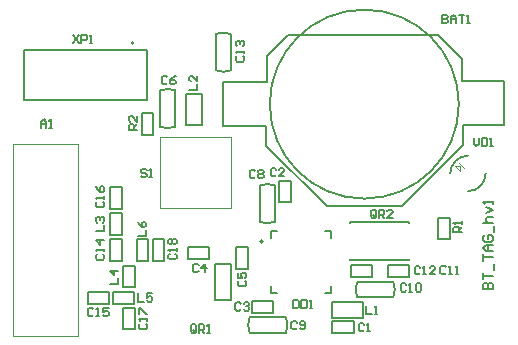
<source format=gto>
G04 Layer_Color=65535*
%FSLAX24Y24*%
%MOIN*%
G70*
G01*
G75*
%ADD10C,0.0079*%
%ADD52C,0.0070*%
%ADD53C,0.0071*%
%ADD54C,0.0039*%
D10*
X57992Y24478D02*
G03*
X57992Y24478I-39J0D01*
G01*
X64528Y29055D02*
G03*
X64528Y29055I-3150J0D01*
G01*
X53687Y31102D02*
G03*
X53687Y31102I-35J0D01*
G01*
X53957Y28041D02*
Y28750D01*
Y28041D02*
X54154D01*
X54350D01*
Y28750D01*
X53957D02*
X54350D01*
X64232Y24547D02*
Y25256D01*
X64035D02*
X64232D01*
X63839D02*
X64035D01*
X63839Y24547D02*
Y25256D01*
Y24547D02*
X64232D01*
X60925Y23297D02*
Y23691D01*
X61634D01*
Y23494D02*
Y23691D01*
Y23297D02*
Y23494D01*
X60925Y23297D02*
X61634D01*
X54321Y24547D02*
X54715D01*
Y23839D02*
Y24547D01*
X54518Y23839D02*
X54715D01*
X54321D02*
X54518D01*
X54321D02*
Y24547D01*
X53327Y22264D02*
X53720D01*
Y21555D02*
Y22264D01*
X53524Y21555D02*
X53720D01*
X53327D02*
X53524D01*
X53327D02*
Y22264D01*
X52894Y25571D02*
X53287D01*
X52894D02*
Y26280D01*
X53091D01*
X53287D01*
Y25571D02*
Y26280D01*
X52156Y22402D02*
Y22795D01*
X52864D01*
Y22598D02*
Y22795D01*
Y22402D02*
Y22598D01*
X52156Y22402D02*
X52864D01*
X52894Y24547D02*
X53287D01*
Y23839D02*
Y24547D01*
X53091Y23839D02*
X53287D01*
X52894D02*
X53091D01*
X52894D02*
Y24547D01*
X62874Y23297D02*
Y23691D01*
X62165Y23297D02*
X62874D01*
X62165D02*
Y23494D01*
Y23691D01*
X62874D01*
X57116Y24281D02*
X57510D01*
Y23573D02*
Y24281D01*
X57313Y23573D02*
X57510D01*
X57116D02*
X57313D01*
X57116D02*
Y24281D01*
X56211Y23898D02*
Y24291D01*
X55502Y23898D02*
X56211D01*
X55502D02*
Y24094D01*
Y24291D01*
X56211D01*
X58346Y22106D02*
Y22500D01*
X57638Y22106D02*
X58346D01*
X57638D02*
Y22303D01*
Y22500D01*
X58346D01*
X58543Y26496D02*
X58937D01*
Y25787D02*
Y26496D01*
X58740Y25787D02*
X58937D01*
X58543D02*
X58740D01*
X58543D02*
Y26496D01*
X61024Y21437D02*
Y21831D01*
X60315Y21437D02*
X61024D01*
X60315D02*
Y21634D01*
Y21831D01*
X61024D01*
X54144Y29183D02*
Y30866D01*
X50039D02*
X54144D01*
X50039Y29183D02*
Y30866D01*
Y29183D02*
X54144D01*
X60069Y24823D02*
X60266D01*
Y24596D02*
Y24823D01*
Y22766D02*
Y22982D01*
X60069Y22766D02*
X60266D01*
X58278Y24823D02*
X58455D01*
X58268D02*
X58278D01*
X58268Y24596D02*
Y24823D01*
Y22766D02*
Y22982D01*
Y22766D02*
X58455D01*
X56949Y22520D02*
Y23740D01*
X56398Y22520D02*
Y23740D01*
Y22520D02*
X56949D01*
X56398Y23740D02*
X56949D01*
X60915Y25089D02*
Y25128D01*
X62884D01*
Y25089D02*
Y25128D01*
X60915Y23868D02*
Y23907D01*
Y23868D02*
X62884D01*
Y23907D01*
X63819Y31368D02*
X64636Y30551D01*
X59035Y31368D02*
X63819D01*
X64636Y29813D02*
Y30551D01*
X58839Y31368D02*
X59035D01*
X58120Y30650D02*
X58839Y31368D01*
X58120Y29793D02*
Y30650D01*
X62618Y25650D02*
X64656Y27687D01*
Y28346D01*
X58100Y27667D02*
X60118Y25650D01*
X58100Y27667D02*
Y28317D01*
X60118Y25650D02*
X61368D01*
X62618D01*
X64656Y28346D02*
X66043D01*
Y29803D01*
X64646Y29813D02*
X66043D01*
X56683Y28317D02*
X58100D01*
X56683D02*
Y28642D01*
Y29793D02*
X58120D01*
X56683Y29764D02*
Y29793D01*
Y28642D02*
Y29764D01*
X52894Y24705D02*
X53287D01*
X52894D02*
Y25413D01*
X53091D01*
X53287D01*
Y24705D02*
Y25413D01*
X53327Y22943D02*
X53720D01*
X53327D02*
Y23652D01*
X53524D01*
X53720D01*
Y22943D02*
Y23652D01*
X53002Y22402D02*
Y22795D01*
X53711D01*
Y22598D02*
Y22795D01*
Y22402D02*
Y22598D01*
X53002Y22402D02*
X53711D01*
X53789Y23839D02*
X54183D01*
X53789D02*
Y24547D01*
X53986D01*
X54183D01*
Y23839D02*
Y24547D01*
X57743Y26824D02*
X57697Y26870D01*
X57605D01*
X57559Y26824D01*
Y26640D01*
X57605Y26594D01*
X57697D01*
X57743Y26640D01*
X57835Y26824D02*
X57880Y26870D01*
X57972D01*
X58018Y26824D01*
Y26778D01*
X57972Y26732D01*
X58018Y26686D01*
Y26640D01*
X57972Y26594D01*
X57880D01*
X57835Y26640D01*
Y26686D01*
X57880Y26732D01*
X57835Y26778D01*
Y26824D01*
X57880Y26732D02*
X57972D01*
X59131Y21775D02*
X59085Y21821D01*
X58993D01*
X58947Y21775D01*
Y21591D01*
X58993Y21545D01*
X59085D01*
X59131Y21591D01*
X59222D02*
X59268Y21545D01*
X59360D01*
X59406Y21591D01*
Y21775D01*
X59360Y21821D01*
X59268D01*
X59222Y21775D01*
Y21729D01*
X59268Y21683D01*
X59406D01*
X62772Y23035D02*
X62726Y23081D01*
X62635D01*
X62589Y23035D01*
Y22851D01*
X62635Y22805D01*
X62726D01*
X62772Y22851D01*
X62864Y22805D02*
X62956D01*
X62910D01*
Y23081D01*
X62864Y23035D01*
X63094D02*
X63140Y23081D01*
X63231D01*
X63277Y23035D01*
Y22851D01*
X63231Y22805D01*
X63140D01*
X63094Y22851D01*
Y23035D01*
X51673Y31368D02*
X51857Y31093D01*
Y31368D02*
X51673Y31093D01*
X51949D02*
Y31368D01*
X52086D01*
X52132Y31322D01*
Y31230D01*
X52086Y31184D01*
X51949D01*
X52224Y31093D02*
X52316D01*
X52270D01*
Y31368D01*
X52224Y31322D01*
X65020Y27923D02*
Y27739D01*
X65112Y27648D01*
X65203Y27739D01*
Y27923D01*
X65295D02*
Y27648D01*
X65433D01*
X65479Y27694D01*
Y27877D01*
X65433Y27923D01*
X65295D01*
X65571Y27648D02*
X65663D01*
X65617D01*
Y27923D01*
X65571Y27877D01*
X54121Y26844D02*
X54075Y26890D01*
X53983D01*
X53937Y26844D01*
Y26798D01*
X53983Y26752D01*
X54075D01*
X54121Y26706D01*
Y26660D01*
X54075Y26614D01*
X53983D01*
X53937Y26660D01*
X54213Y26614D02*
X54304D01*
X54258D01*
Y26890D01*
X54213Y26844D01*
X53809Y28199D02*
X53534D01*
Y28337D01*
X53579Y28382D01*
X53671D01*
X53717Y28337D01*
Y28199D01*
Y28291D02*
X53809Y28382D01*
Y28658D02*
Y28474D01*
X53625Y28658D01*
X53579D01*
X53534Y28612D01*
Y28520D01*
X53579Y28474D01*
X64626Y24783D02*
X64350D01*
Y24921D01*
X64396Y24967D01*
X64488D01*
X64534Y24921D01*
Y24783D01*
Y24875D02*
X64626Y24967D01*
Y25059D02*
Y25151D01*
Y25105D01*
X64350D01*
X64396Y25059D01*
X61768Y25312D02*
Y25495D01*
X61722Y25541D01*
X61631D01*
X61585Y25495D01*
Y25312D01*
X61631Y25266D01*
X61722D01*
X61676Y25358D02*
X61768Y25266D01*
X61722D02*
X61768Y25312D01*
X61860Y25266D02*
Y25541D01*
X61998D01*
X62044Y25495D01*
Y25403D01*
X61998Y25358D01*
X61860D01*
X61952D02*
X62044Y25266D01*
X62319D02*
X62136D01*
X62319Y25449D01*
Y25495D01*
X62273Y25541D01*
X62182D01*
X62136Y25495D01*
X55774Y21483D02*
Y21667D01*
X55728Y21713D01*
X55636D01*
X55591Y21667D01*
Y21483D01*
X55636Y21437D01*
X55728D01*
X55682Y21529D02*
X55774Y21437D01*
X55728D02*
X55774Y21483D01*
X55866Y21437D02*
Y21713D01*
X56004D01*
X56050Y21667D01*
Y21575D01*
X56004Y21529D01*
X55866D01*
X55958D02*
X56050Y21437D01*
X56142D02*
X56233D01*
X56187D01*
Y21713D01*
X56142Y21667D01*
X53819Y24675D02*
X54094D01*
Y24859D01*
X53819Y25134D02*
X53865Y25043D01*
X53957Y24951D01*
X54049D01*
X54094Y24997D01*
Y25088D01*
X54049Y25134D01*
X54003D01*
X53957Y25088D01*
Y24951D01*
X53848Y22746D02*
Y22470D01*
X54032D01*
X54308Y22746D02*
X54124D01*
Y22608D01*
X54216Y22654D01*
X54262D01*
X54308Y22608D01*
Y22516D01*
X54262Y22470D01*
X54170D01*
X54124Y22516D01*
X52894Y23071D02*
X53169D01*
Y23255D01*
Y23484D02*
X52894D01*
X53032Y23346D01*
Y23530D01*
X52431Y24833D02*
X52707D01*
Y25016D01*
X52477Y25108D02*
X52431Y25154D01*
Y25246D01*
X52477Y25292D01*
X52523D01*
X52569Y25246D01*
Y25200D01*
Y25246D01*
X52615Y25292D01*
X52661D01*
X52707Y25246D01*
Y25154D01*
X52661Y25108D01*
X55541Y29537D02*
X55817D01*
Y29721D01*
Y29997D02*
Y29813D01*
X55633Y29997D01*
X55587D01*
X55541Y29951D01*
Y29859D01*
X55587Y29813D01*
X61447Y22333D02*
Y22057D01*
X61631D01*
X61722D02*
X61814D01*
X61768D01*
Y22333D01*
X61722Y22287D01*
X59006Y22529D02*
Y22254D01*
X59144D01*
X59190Y22300D01*
Y22484D01*
X59144Y22529D01*
X59006D01*
X59281D02*
Y22254D01*
X59419D01*
X59465Y22300D01*
Y22484D01*
X59419Y22529D01*
X59281D01*
X59557Y22254D02*
X59649D01*
X59603D01*
Y22529D01*
X59557Y22484D01*
X54889Y24062D02*
X54843Y24016D01*
Y23924D01*
X54889Y23878D01*
X55072D01*
X55118Y23924D01*
Y24016D01*
X55072Y24062D01*
X55118Y24153D02*
Y24245D01*
Y24199D01*
X54843D01*
X54889Y24153D01*
Y24383D02*
X54843Y24429D01*
Y24521D01*
X54889Y24567D01*
X54934D01*
X54980Y24521D01*
X55026Y24567D01*
X55072D01*
X55118Y24521D01*
Y24429D01*
X55072Y24383D01*
X55026D01*
X54980Y24429D01*
X54934Y24383D01*
X54889D01*
X54980Y24429D02*
Y24521D01*
X53914Y21739D02*
X53868Y21693D01*
Y21601D01*
X53914Y21555D01*
X54098D01*
X54144Y21601D01*
Y21693D01*
X54098Y21739D01*
X54144Y21831D02*
Y21922D01*
Y21877D01*
X53868D01*
X53914Y21831D01*
X53868Y22060D02*
Y22244D01*
X53914D01*
X54098Y22060D01*
X54144D01*
X52477Y25804D02*
X52431Y25758D01*
Y25666D01*
X52477Y25620D01*
X52661D01*
X52707Y25666D01*
Y25758D01*
X52661Y25804D01*
X52707Y25896D02*
Y25987D01*
Y25942D01*
X52431D01*
X52477Y25896D01*
X52431Y26309D02*
X52477Y26217D01*
X52569Y26125D01*
X52661D01*
X52707Y26171D01*
Y26263D01*
X52661Y26309D01*
X52615D01*
X52569Y26263D01*
Y26125D01*
X52349Y22218D02*
X52303Y22264D01*
X52211D01*
X52165Y22218D01*
Y22034D01*
X52211Y21988D01*
X52303D01*
X52349Y22034D01*
X52441Y21988D02*
X52533D01*
X52487D01*
Y22264D01*
X52441Y22218D01*
X52854Y22264D02*
X52670D01*
Y22126D01*
X52762Y22172D01*
X52808D01*
X52854Y22126D01*
Y22034D01*
X52808Y21988D01*
X52716D01*
X52670Y22034D01*
X52477Y24052D02*
X52431Y24006D01*
Y23914D01*
X52477Y23868D01*
X52661D01*
X52707Y23914D01*
Y24006D01*
X52661Y24052D01*
X52707Y24144D02*
Y24235D01*
Y24190D01*
X52431D01*
X52477Y24144D01*
X52707Y24511D02*
X52431D01*
X52569Y24373D01*
Y24557D01*
X57142Y30656D02*
X57097Y30610D01*
Y30518D01*
X57142Y30472D01*
X57326D01*
X57372Y30518D01*
Y30610D01*
X57326Y30656D01*
X57372Y30748D02*
Y30840D01*
Y30794D01*
X57097D01*
X57142Y30748D01*
Y30978D02*
X57097Y31023D01*
Y31115D01*
X57142Y31161D01*
X57188D01*
X57234Y31115D01*
Y31069D01*
Y31115D01*
X57280Y31161D01*
X57326D01*
X57372Y31115D01*
Y31023D01*
X57326Y30978D01*
X63235Y23606D02*
X63189Y23651D01*
X63097D01*
X63051Y23606D01*
Y23422D01*
X63097Y23376D01*
X63189D01*
X63235Y23422D01*
X63327Y23376D02*
X63419D01*
X63373D01*
Y23651D01*
X63327Y23606D01*
X63740Y23376D02*
X63556D01*
X63740Y23560D01*
Y23606D01*
X63694Y23651D01*
X63602D01*
X63556Y23606D01*
X64101Y23625D02*
X64055Y23671D01*
X63963D01*
X63917Y23625D01*
Y23442D01*
X63963Y23396D01*
X64055D01*
X64101Y23442D01*
X64193Y23396D02*
X64285D01*
X64239D01*
Y23671D01*
X64193Y23625D01*
X64422Y23396D02*
X64514D01*
X64468D01*
Y23671D01*
X64422Y23625D01*
X54810Y29954D02*
X54764Y30000D01*
X54672D01*
X54626Y29954D01*
Y29770D01*
X54672Y29724D01*
X54764D01*
X54810Y29770D01*
X55085Y30000D02*
X54993Y29954D01*
X54901Y29862D01*
Y29770D01*
X54947Y29724D01*
X55039D01*
X55085Y29770D01*
Y29816D01*
X55039Y29862D01*
X54901D01*
X57211Y23166D02*
X57165Y23120D01*
Y23028D01*
X57211Y22982D01*
X57395D01*
X57441Y23028D01*
Y23120D01*
X57395Y23166D01*
X57165Y23441D02*
Y23258D01*
X57303D01*
X57257Y23350D01*
Y23396D01*
X57303Y23441D01*
X57395D01*
X57441Y23396D01*
Y23304D01*
X57395Y23258D01*
X55853Y23684D02*
X55807Y23730D01*
X55715D01*
X55669Y23684D01*
Y23501D01*
X55715Y23455D01*
X55807D01*
X55853Y23501D01*
X56083Y23455D02*
Y23730D01*
X55945Y23592D01*
X56128D01*
X57260Y22405D02*
X57215Y22451D01*
X57123D01*
X57077Y22405D01*
Y22221D01*
X57123Y22175D01*
X57215D01*
X57260Y22221D01*
X57352Y22405D02*
X57398Y22451D01*
X57490D01*
X57536Y22405D01*
Y22359D01*
X57490Y22313D01*
X57444D01*
X57490D01*
X57536Y22267D01*
Y22221D01*
X57490Y22175D01*
X57398D01*
X57352Y22221D01*
X58442Y26873D02*
X58396Y26919D01*
X58304D01*
X58258Y26873D01*
Y26690D01*
X58304Y26644D01*
X58396D01*
X58442Y26690D01*
X58717Y26644D02*
X58533D01*
X58717Y26827D01*
Y26873D01*
X58671Y26919D01*
X58579D01*
X58533Y26873D01*
X61375Y21706D02*
X61329Y21752D01*
X61237D01*
X61191Y21706D01*
Y21522D01*
X61237Y21476D01*
X61329D01*
X61375Y21522D01*
X61466Y21476D02*
X61558D01*
X61512D01*
Y21752D01*
X61466Y21706D01*
X63976Y32037D02*
Y31762D01*
X64114D01*
X64160Y31808D01*
Y31854D01*
X64114Y31900D01*
X63976D01*
X64114D01*
X64160Y31945D01*
Y31991D01*
X64114Y32037D01*
X63976D01*
X64252Y31762D02*
Y31945D01*
X64344Y32037D01*
X64436Y31945D01*
Y31762D01*
Y31900D01*
X64252D01*
X64527Y32037D02*
X64711D01*
X64619D01*
Y31762D01*
X64803D02*
X64895D01*
X64849D01*
Y32037D01*
X64803Y31991D01*
X50600Y28268D02*
Y28451D01*
X50692Y28543D01*
X50784Y28451D01*
Y28268D01*
Y28405D01*
X50600D01*
X50876Y28268D02*
X50968D01*
X50922D01*
Y28543D01*
X50876Y28497D01*
X65345Y22894D02*
X65659D01*
Y23051D01*
X65607Y23104D01*
X65554D01*
X65502Y23051D01*
Y22894D01*
Y23051D01*
X65450Y23104D01*
X65397D01*
X65345Y23051D01*
Y22894D01*
Y23209D02*
Y23418D01*
Y23314D01*
X65659D01*
X65712Y23523D02*
Y23733D01*
X65345Y23838D02*
Y24048D01*
Y23943D01*
X65659D01*
Y24153D02*
X65450D01*
X65345Y24258D01*
X65450Y24363D01*
X65659D01*
X65502D01*
Y24153D01*
X65397Y24678D02*
X65345Y24625D01*
Y24520D01*
X65397Y24468D01*
X65607D01*
X65659Y24520D01*
Y24625D01*
X65607Y24678D01*
X65502D01*
Y24573D01*
X65712Y24783D02*
Y24993D01*
X65345Y25098D02*
X65659D01*
X65502D01*
X65450Y25150D01*
Y25255D01*
X65502Y25308D01*
X65659D01*
X65450Y25413D02*
X65659Y25518D01*
X65450Y25622D01*
X65659Y25727D02*
Y25832D01*
Y25780D01*
X65345D01*
X65397Y25727D01*
D52*
X58396Y26341D02*
G03*
X57885Y26342I-256J-608D01*
G01*
Y25134D02*
G03*
X58396Y25134I255J609D01*
G01*
X57556Y21949D02*
G03*
X57556Y21438I608J-256D01*
G01*
X58764D02*
G03*
X58763Y21949I-609J255D01*
G01*
X62345Y22618D02*
G03*
X62346Y23129I-608J256D01*
G01*
X61138D02*
G03*
X61138Y22618I609J-255D01*
G01*
X56929Y31390D02*
G03*
X56419Y31391I-256J-608D01*
G01*
Y30183D02*
G03*
X56929Y30184I255J609D01*
G01*
X55079Y29511D02*
G03*
X54568Y29511I-256J-608D01*
G01*
Y28303D02*
G03*
X55079Y28304I255J609D01*
G01*
X57885Y25138D02*
Y26338D01*
X58396Y25138D02*
Y26339D01*
X57560Y21438D02*
X58760D01*
X57559Y21949D02*
X58760D01*
X61142Y23129D02*
X62342D01*
X61142Y22618D02*
X62343D01*
X56418Y30187D02*
Y31387D01*
X56929Y30187D02*
Y31388D01*
X54568Y28307D02*
Y29507D01*
X55079Y28307D02*
Y29508D01*
X60285Y21939D02*
X61329D01*
X60285Y22451D02*
X61329D01*
X60285Y21939D02*
Y22451D01*
X61329Y21939D02*
Y22451D01*
X55955Y28356D02*
Y29400D01*
X55443Y28356D02*
Y29400D01*
Y28356D02*
X55955D01*
X55443Y29400D02*
X55955D01*
D53*
X64833Y27333D02*
G03*
X64243Y26743I0J-591D01*
G01*
X64833Y26152D02*
G03*
X65424Y26743I0J591D01*
G01*
D54*
X49665Y21319D02*
Y27726D01*
X51831D01*
X49665Y21319D02*
X51831D01*
Y27726D01*
X54579Y25591D02*
Y27953D01*
X56941Y25591D02*
Y27953D01*
X54579Y25591D02*
X56941D01*
X54579Y27953D02*
X56941D01*
X64519Y27096D02*
X64686Y26929D01*
X64408Y26985D02*
X64575Y26818D01*
X64408Y26985D02*
X64575D01*
X64575Y26818D02*
Y26985D01*
M02*

</source>
